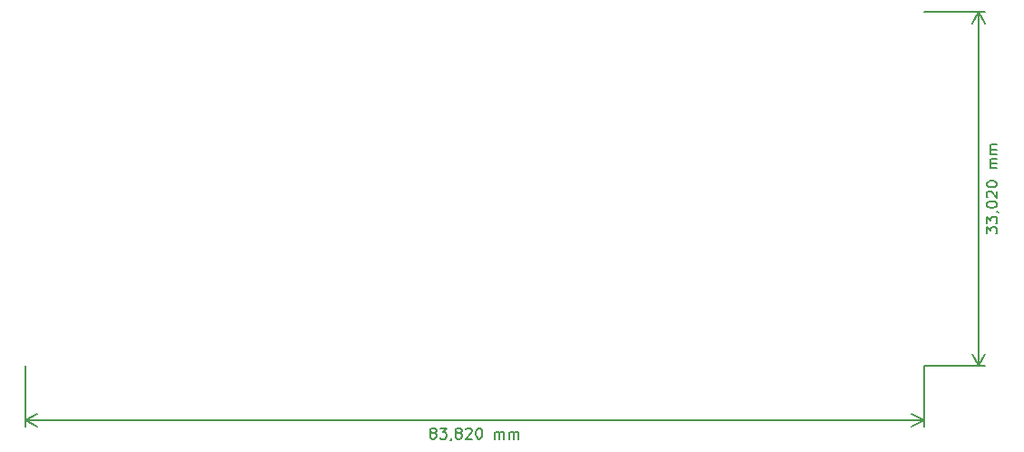
<source format=gbr>
G04 #@! TF.GenerationSoftware,KiCad,Pcbnew,5.1.4-3.fc30*
G04 #@! TF.CreationDate,2019-09-24T14:13:47+02:00*
G04 #@! TF.ProjectId,atmega_prog_adapter_v1,61746d65-6761-45f7-9072-6f675f616461,1.0*
G04 #@! TF.SameCoordinates,Original*
G04 #@! TF.FileFunction,Drawing*
%FSLAX46Y46*%
G04 Gerber Fmt 4.6, Leading zero omitted, Abs format (unit mm)*
G04 Created by KiCad (PCBNEW 5.1.4-3.fc30) date 2019-09-24 14:13:47*
%MOMM*%
%LPD*%
G04 APERTURE LIST*
%ADD10C,0.150000*%
G04 APERTURE END LIST*
D10*
X191252380Y-89280476D02*
X191252380Y-88661428D01*
X191633333Y-88994761D01*
X191633333Y-88851904D01*
X191680952Y-88756666D01*
X191728571Y-88709047D01*
X191823809Y-88661428D01*
X192061904Y-88661428D01*
X192157142Y-88709047D01*
X192204761Y-88756666D01*
X192252380Y-88851904D01*
X192252380Y-89137619D01*
X192204761Y-89232857D01*
X192157142Y-89280476D01*
X191252380Y-88328095D02*
X191252380Y-87709047D01*
X191633333Y-88042380D01*
X191633333Y-87899523D01*
X191680952Y-87804285D01*
X191728571Y-87756666D01*
X191823809Y-87709047D01*
X192061904Y-87709047D01*
X192157142Y-87756666D01*
X192204761Y-87804285D01*
X192252380Y-87899523D01*
X192252380Y-88185238D01*
X192204761Y-88280476D01*
X192157142Y-88328095D01*
X192204761Y-87232857D02*
X192252380Y-87232857D01*
X192347619Y-87280476D01*
X192395238Y-87328095D01*
X191252380Y-86613809D02*
X191252380Y-86518571D01*
X191300000Y-86423333D01*
X191347619Y-86375714D01*
X191442857Y-86328095D01*
X191633333Y-86280476D01*
X191871428Y-86280476D01*
X192061904Y-86328095D01*
X192157142Y-86375714D01*
X192204761Y-86423333D01*
X192252380Y-86518571D01*
X192252380Y-86613809D01*
X192204761Y-86709047D01*
X192157142Y-86756666D01*
X192061904Y-86804285D01*
X191871428Y-86851904D01*
X191633333Y-86851904D01*
X191442857Y-86804285D01*
X191347619Y-86756666D01*
X191300000Y-86709047D01*
X191252380Y-86613809D01*
X191347619Y-85899523D02*
X191300000Y-85851904D01*
X191252380Y-85756666D01*
X191252380Y-85518571D01*
X191300000Y-85423333D01*
X191347619Y-85375714D01*
X191442857Y-85328095D01*
X191538095Y-85328095D01*
X191680952Y-85375714D01*
X192252380Y-85947142D01*
X192252380Y-85328095D01*
X191252380Y-84709047D02*
X191252380Y-84613809D01*
X191300000Y-84518571D01*
X191347619Y-84470952D01*
X191442857Y-84423333D01*
X191633333Y-84375714D01*
X191871428Y-84375714D01*
X192061904Y-84423333D01*
X192157142Y-84470952D01*
X192204761Y-84518571D01*
X192252380Y-84613809D01*
X192252380Y-84709047D01*
X192204761Y-84804285D01*
X192157142Y-84851904D01*
X192061904Y-84899523D01*
X191871428Y-84947142D01*
X191633333Y-84947142D01*
X191442857Y-84899523D01*
X191347619Y-84851904D01*
X191300000Y-84804285D01*
X191252380Y-84709047D01*
X192252380Y-83185238D02*
X191585714Y-83185238D01*
X191680952Y-83185238D02*
X191633333Y-83137619D01*
X191585714Y-83042380D01*
X191585714Y-82899523D01*
X191633333Y-82804285D01*
X191728571Y-82756666D01*
X192252380Y-82756666D01*
X191728571Y-82756666D02*
X191633333Y-82709047D01*
X191585714Y-82613809D01*
X191585714Y-82470952D01*
X191633333Y-82375714D01*
X191728571Y-82328095D01*
X192252380Y-82328095D01*
X192252380Y-81851904D02*
X191585714Y-81851904D01*
X191680952Y-81851904D02*
X191633333Y-81804285D01*
X191585714Y-81709047D01*
X191585714Y-81566190D01*
X191633333Y-81470952D01*
X191728571Y-81423333D01*
X192252380Y-81423333D01*
X191728571Y-81423333D02*
X191633333Y-81375714D01*
X191585714Y-81280476D01*
X191585714Y-81137619D01*
X191633333Y-81042380D01*
X191728571Y-80994761D01*
X192252380Y-80994761D01*
X190500000Y-101600000D02*
X190500000Y-68580000D01*
X185420000Y-101600000D02*
X191086421Y-101600000D01*
X185420000Y-68580000D02*
X191086421Y-68580000D01*
X190500000Y-68580000D02*
X191086421Y-69706504D01*
X190500000Y-68580000D02*
X189913579Y-69706504D01*
X190500000Y-101600000D02*
X191086421Y-100473496D01*
X190500000Y-101600000D02*
X189913579Y-100473496D01*
X139557619Y-107860952D02*
X139462380Y-107813333D01*
X139414761Y-107765714D01*
X139367142Y-107670476D01*
X139367142Y-107622857D01*
X139414761Y-107527619D01*
X139462380Y-107480000D01*
X139557619Y-107432380D01*
X139748095Y-107432380D01*
X139843333Y-107480000D01*
X139890952Y-107527619D01*
X139938571Y-107622857D01*
X139938571Y-107670476D01*
X139890952Y-107765714D01*
X139843333Y-107813333D01*
X139748095Y-107860952D01*
X139557619Y-107860952D01*
X139462380Y-107908571D01*
X139414761Y-107956190D01*
X139367142Y-108051428D01*
X139367142Y-108241904D01*
X139414761Y-108337142D01*
X139462380Y-108384761D01*
X139557619Y-108432380D01*
X139748095Y-108432380D01*
X139843333Y-108384761D01*
X139890952Y-108337142D01*
X139938571Y-108241904D01*
X139938571Y-108051428D01*
X139890952Y-107956190D01*
X139843333Y-107908571D01*
X139748095Y-107860952D01*
X140271904Y-107432380D02*
X140890952Y-107432380D01*
X140557619Y-107813333D01*
X140700476Y-107813333D01*
X140795714Y-107860952D01*
X140843333Y-107908571D01*
X140890952Y-108003809D01*
X140890952Y-108241904D01*
X140843333Y-108337142D01*
X140795714Y-108384761D01*
X140700476Y-108432380D01*
X140414761Y-108432380D01*
X140319523Y-108384761D01*
X140271904Y-108337142D01*
X141367142Y-108384761D02*
X141367142Y-108432380D01*
X141319523Y-108527619D01*
X141271904Y-108575238D01*
X141938571Y-107860952D02*
X141843333Y-107813333D01*
X141795714Y-107765714D01*
X141748095Y-107670476D01*
X141748095Y-107622857D01*
X141795714Y-107527619D01*
X141843333Y-107480000D01*
X141938571Y-107432380D01*
X142129047Y-107432380D01*
X142224285Y-107480000D01*
X142271904Y-107527619D01*
X142319523Y-107622857D01*
X142319523Y-107670476D01*
X142271904Y-107765714D01*
X142224285Y-107813333D01*
X142129047Y-107860952D01*
X141938571Y-107860952D01*
X141843333Y-107908571D01*
X141795714Y-107956190D01*
X141748095Y-108051428D01*
X141748095Y-108241904D01*
X141795714Y-108337142D01*
X141843333Y-108384761D01*
X141938571Y-108432380D01*
X142129047Y-108432380D01*
X142224285Y-108384761D01*
X142271904Y-108337142D01*
X142319523Y-108241904D01*
X142319523Y-108051428D01*
X142271904Y-107956190D01*
X142224285Y-107908571D01*
X142129047Y-107860952D01*
X142700476Y-107527619D02*
X142748095Y-107480000D01*
X142843333Y-107432380D01*
X143081428Y-107432380D01*
X143176666Y-107480000D01*
X143224285Y-107527619D01*
X143271904Y-107622857D01*
X143271904Y-107718095D01*
X143224285Y-107860952D01*
X142652857Y-108432380D01*
X143271904Y-108432380D01*
X143890952Y-107432380D02*
X143986190Y-107432380D01*
X144081428Y-107480000D01*
X144129047Y-107527619D01*
X144176666Y-107622857D01*
X144224285Y-107813333D01*
X144224285Y-108051428D01*
X144176666Y-108241904D01*
X144129047Y-108337142D01*
X144081428Y-108384761D01*
X143986190Y-108432380D01*
X143890952Y-108432380D01*
X143795714Y-108384761D01*
X143748095Y-108337142D01*
X143700476Y-108241904D01*
X143652857Y-108051428D01*
X143652857Y-107813333D01*
X143700476Y-107622857D01*
X143748095Y-107527619D01*
X143795714Y-107480000D01*
X143890952Y-107432380D01*
X145414761Y-108432380D02*
X145414761Y-107765714D01*
X145414761Y-107860952D02*
X145462380Y-107813333D01*
X145557619Y-107765714D01*
X145700476Y-107765714D01*
X145795714Y-107813333D01*
X145843333Y-107908571D01*
X145843333Y-108432380D01*
X145843333Y-107908571D02*
X145890952Y-107813333D01*
X145986190Y-107765714D01*
X146129047Y-107765714D01*
X146224285Y-107813333D01*
X146271904Y-107908571D01*
X146271904Y-108432380D01*
X146748095Y-108432380D02*
X146748095Y-107765714D01*
X146748095Y-107860952D02*
X146795714Y-107813333D01*
X146890952Y-107765714D01*
X147033809Y-107765714D01*
X147129047Y-107813333D01*
X147176666Y-107908571D01*
X147176666Y-108432380D01*
X147176666Y-107908571D02*
X147224285Y-107813333D01*
X147319523Y-107765714D01*
X147462380Y-107765714D01*
X147557619Y-107813333D01*
X147605238Y-107908571D01*
X147605238Y-108432380D01*
X101600000Y-106680000D02*
X185420000Y-106680000D01*
X101600000Y-101600000D02*
X101600000Y-107266421D01*
X185420000Y-101600000D02*
X185420000Y-107266421D01*
X185420000Y-106680000D02*
X184293496Y-107266421D01*
X185420000Y-106680000D02*
X184293496Y-106093579D01*
X101600000Y-106680000D02*
X102726504Y-107266421D01*
X101600000Y-106680000D02*
X102726504Y-106093579D01*
M02*

</source>
